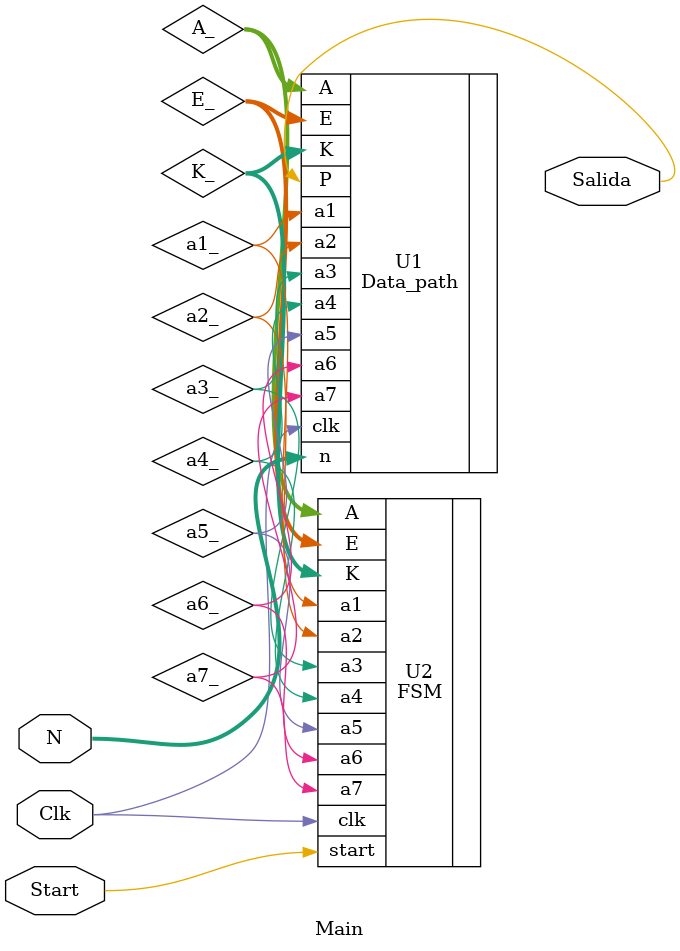
<source format=v>
`timescale 1ns / 1ps

module Main(
    input Clk,
    input [7:0] N,
    input Start,
    output Salida
    );
    
    wire a1_,a2_,a3_,a4_,a5_,a6_,a7_;
    wire [7:0] A_,E_,K_;
    
    Data_path U1 (
    
    .clk(Clk),
    .n(N),
    .a1(a1_),
    .a2(a2_),
    .a3(a3_),
    .a4(a4_),
    .a5(a5_),
    .a6(a6_),
    .a7(a7_),
    .A(A_),
    .P(Salida),
    .K(K_),
    .E(E_)
    
    );
    FSM U2 (
    
    .clk(Clk),
    .start(Start),
    .A(A_),
    .E(E_),
    .K(K_),
    .a1(a1_),
    .a2(a2_),
    .a3(a3_),
    .a4(a4_),
    .a5(a5_),
    .a6(a6_),
    .a7(a7_)
    
    );
    
endmodule
</source>
